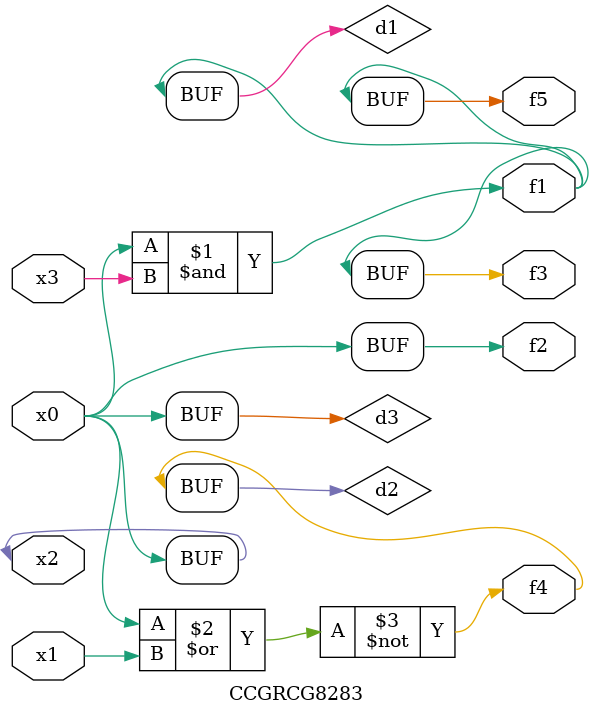
<source format=v>
module CCGRCG8283(
	input x0, x1, x2, x3,
	output f1, f2, f3, f4, f5
);

	wire d1, d2, d3;

	and (d1, x2, x3);
	nor (d2, x0, x1);
	buf (d3, x0, x2);
	assign f1 = d1;
	assign f2 = d3;
	assign f3 = d1;
	assign f4 = d2;
	assign f5 = d1;
endmodule

</source>
